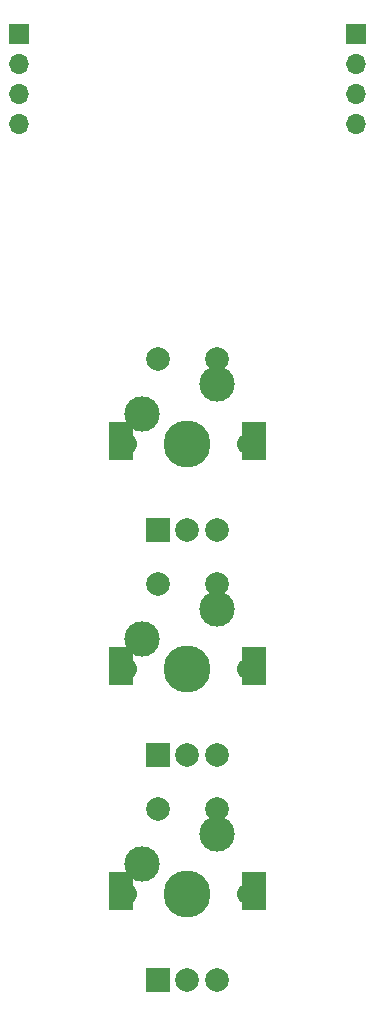
<source format=gbr>
%TF.GenerationSoftware,KiCad,Pcbnew,(6.0.4-0)*%
%TF.CreationDate,2022-07-29T07:15:44-05:00*%
%TF.ProjectId,knoblin3,6b6e6f62-6c69-46e3-932e-6b696361645f,rev?*%
%TF.SameCoordinates,Original*%
%TF.FileFunction,Soldermask,Top*%
%TF.FilePolarity,Negative*%
%FSLAX46Y46*%
G04 Gerber Fmt 4.6, Leading zero omitted, Abs format (unit mm)*
G04 Created by KiCad (PCBNEW (6.0.4-0)) date 2022-07-29 07:15:44*
%MOMM*%
%LPD*%
G01*
G04 APERTURE LIST*
%ADD10R,2.000000X2.000000*%
%ADD11C,2.000000*%
%ADD12R,2.000000X3.200000*%
%ADD13C,3.987800*%
%ADD14C,3.000000*%
%ADD15C,1.701800*%
%ADD16R,1.700000X1.700000*%
%ADD17O,1.700000X1.700000*%
G04 APERTURE END LIST*
D10*
%TO.C,SW2*%
X135612500Y-102500000D03*
D11*
X140612500Y-102500000D03*
X138112500Y-102500000D03*
D12*
X132512500Y-95000000D03*
X143712500Y-95000000D03*
D11*
X140612500Y-88000000D03*
X135612500Y-88000000D03*
%TD*%
D10*
%TO.C,SW1*%
X135612500Y-83450000D03*
D11*
X140612500Y-83450000D03*
X138112500Y-83450000D03*
D12*
X132512500Y-75950000D03*
X143712500Y-75950000D03*
D11*
X140612500Y-68950000D03*
X135612500Y-68950000D03*
%TD*%
D10*
%TO.C,SW3*%
X135612500Y-121550000D03*
D11*
X140612500Y-121550000D03*
X138112500Y-121550000D03*
D12*
X143712500Y-114050000D03*
X132512500Y-114050000D03*
D11*
X140612500Y-107050000D03*
X135612500Y-107050000D03*
%TD*%
D13*
%TO.C,SW6*%
X138112500Y-114300000D03*
D14*
X134302500Y-111760000D03*
D15*
X143192500Y-114300000D03*
D14*
X140652500Y-109220000D03*
D15*
X133032500Y-114300000D03*
%TD*%
D16*
%TO.C,J2*%
X123850000Y-41443750D03*
D17*
X123850000Y-43983750D03*
X123850000Y-46523750D03*
X123850000Y-49063750D03*
%TD*%
D14*
%TO.C,SW4*%
X134302500Y-73660000D03*
X140652500Y-71120000D03*
D13*
X138112500Y-76200000D03*
D15*
X143192500Y-76200000D03*
X133032500Y-76200000D03*
%TD*%
D16*
%TO.C,J1*%
X152400000Y-41443750D03*
D17*
X152400000Y-43983750D03*
X152400000Y-46523750D03*
X152400000Y-49063750D03*
%TD*%
D15*
%TO.C,SW5*%
X133032500Y-95250000D03*
D14*
X134302500Y-92710000D03*
X140652500Y-90170000D03*
D15*
X143192500Y-95250000D03*
D13*
X138112500Y-95250000D03*
%TD*%
M02*

</source>
